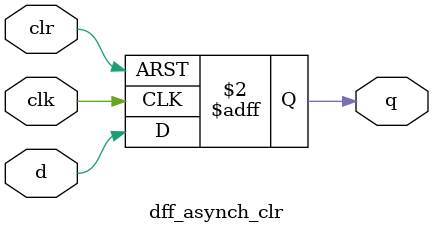
<source format=v>
 `timescale 1ns / 1ps

module dff_asynch_clr (d,clr,clk,q);
input d,clr,clk;
output reg q;

always@(posedge clk, posedge clr)
begin
if(clr)
q=0;
else
q=d;
end
endmodule

</source>
